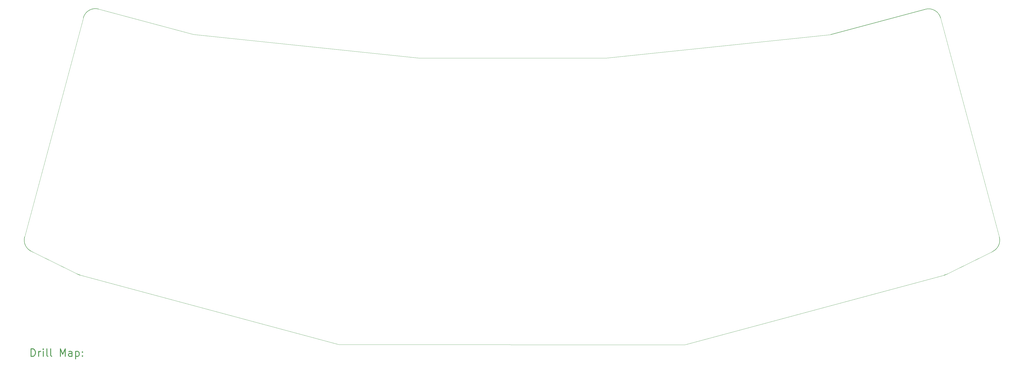
<source format=gbr>
%FSLAX45Y45*%
G04 Gerber Fmt 4.5, Leading zero omitted, Abs format (unit mm)*
G04 Created by KiCad (PCBNEW (5.1.10)-1) date 2021-10-09 22:27:17*
%MOMM*%
%LPD*%
G01*
G04 APERTURE LIST*
%TA.AperFunction,Profile*%
%ADD10C,0.200000*%
%TD*%
%TA.AperFunction,Profile*%
%ADD11C,0.050000*%
%TD*%
%ADD12C,0.200000*%
%ADD13C,0.300000*%
G04 APERTURE END LIST*
D10*
X37564311Y-5657925D02*
X33760064Y-6677270D01*
D11*
X24765000Y-7620000D02*
X33760064Y-6677270D01*
X17272000Y-7620000D02*
X24765000Y-7620000D01*
X17272000Y-7620000D02*
X8220936Y-6670164D01*
X4416689Y-5650818D02*
X8220936Y-6670164D01*
X1451626Y-14784732D02*
X3804316Y-6004372D01*
X3586559Y-16288734D02*
X1712975Y-15362347D01*
X14056075Y-19104084D02*
X3678763Y-16323492D01*
X27924925Y-19111191D02*
X14056075Y-19104084D01*
X38302237Y-16330599D02*
X27924925Y-19111191D01*
X40268025Y-15369454D02*
X38394441Y-16295840D01*
X40529374Y-14791839D02*
X38176684Y-6011479D01*
D10*
X38176684Y-6011479D02*
G75*
G03*
X37564311Y-5657925I-482963J-129410D01*
G01*
X40268025Y-15369454D02*
G75*
G03*
X40529374Y-14791839I-221613J448205D01*
G01*
X38302237Y-16330599D02*
G75*
G03*
X38394441Y-16295840I-129410J482963D01*
G01*
X3678763Y-16323492D02*
G75*
G02*
X3586559Y-16288734I129410J482963D01*
G01*
X3804316Y-6004372D02*
G75*
G02*
X4416689Y-5650818I482963J-129410D01*
G01*
X1712975Y-15362347D02*
G75*
G02*
X1451626Y-14784732I221613J448205D01*
G01*
D12*
D13*
X1711017Y-19579405D02*
X1711017Y-19279405D01*
X1782446Y-19279405D01*
X1825303Y-19293691D01*
X1853874Y-19322262D01*
X1868160Y-19350834D01*
X1882446Y-19407977D01*
X1882446Y-19450834D01*
X1868160Y-19507977D01*
X1853874Y-19536548D01*
X1825303Y-19565120D01*
X1782446Y-19579405D01*
X1711017Y-19579405D01*
X2011017Y-19579405D02*
X2011017Y-19379405D01*
X2011017Y-19436548D02*
X2025303Y-19407977D01*
X2039588Y-19393691D01*
X2068160Y-19379405D01*
X2096731Y-19379405D01*
X2196731Y-19579405D02*
X2196731Y-19379405D01*
X2196731Y-19279405D02*
X2182446Y-19293691D01*
X2196731Y-19307977D01*
X2211017Y-19293691D01*
X2196731Y-19279405D01*
X2196731Y-19307977D01*
X2382446Y-19579405D02*
X2353874Y-19565120D01*
X2339589Y-19536548D01*
X2339589Y-19279405D01*
X2539589Y-19579405D02*
X2511017Y-19565120D01*
X2496731Y-19536548D01*
X2496731Y-19279405D01*
X2882446Y-19579405D02*
X2882446Y-19279405D01*
X2982446Y-19493691D01*
X3082446Y-19279405D01*
X3082446Y-19579405D01*
X3353874Y-19579405D02*
X3353874Y-19422262D01*
X3339588Y-19393691D01*
X3311017Y-19379405D01*
X3253874Y-19379405D01*
X3225303Y-19393691D01*
X3353874Y-19565120D02*
X3325303Y-19579405D01*
X3253874Y-19579405D01*
X3225303Y-19565120D01*
X3211017Y-19536548D01*
X3211017Y-19507977D01*
X3225303Y-19479405D01*
X3253874Y-19465120D01*
X3325303Y-19465120D01*
X3353874Y-19450834D01*
X3496731Y-19379405D02*
X3496731Y-19679405D01*
X3496731Y-19393691D02*
X3525303Y-19379405D01*
X3582446Y-19379405D01*
X3611017Y-19393691D01*
X3625303Y-19407977D01*
X3639588Y-19436548D01*
X3639588Y-19522262D01*
X3625303Y-19550834D01*
X3611017Y-19565120D01*
X3582446Y-19579405D01*
X3525303Y-19579405D01*
X3496731Y-19565120D01*
X3768160Y-19550834D02*
X3782446Y-19565120D01*
X3768160Y-19579405D01*
X3753874Y-19565120D01*
X3768160Y-19550834D01*
X3768160Y-19579405D01*
X3768160Y-19393691D02*
X3782446Y-19407977D01*
X3768160Y-19422262D01*
X3753874Y-19407977D01*
X3768160Y-19393691D01*
X3768160Y-19422262D01*
M02*

</source>
